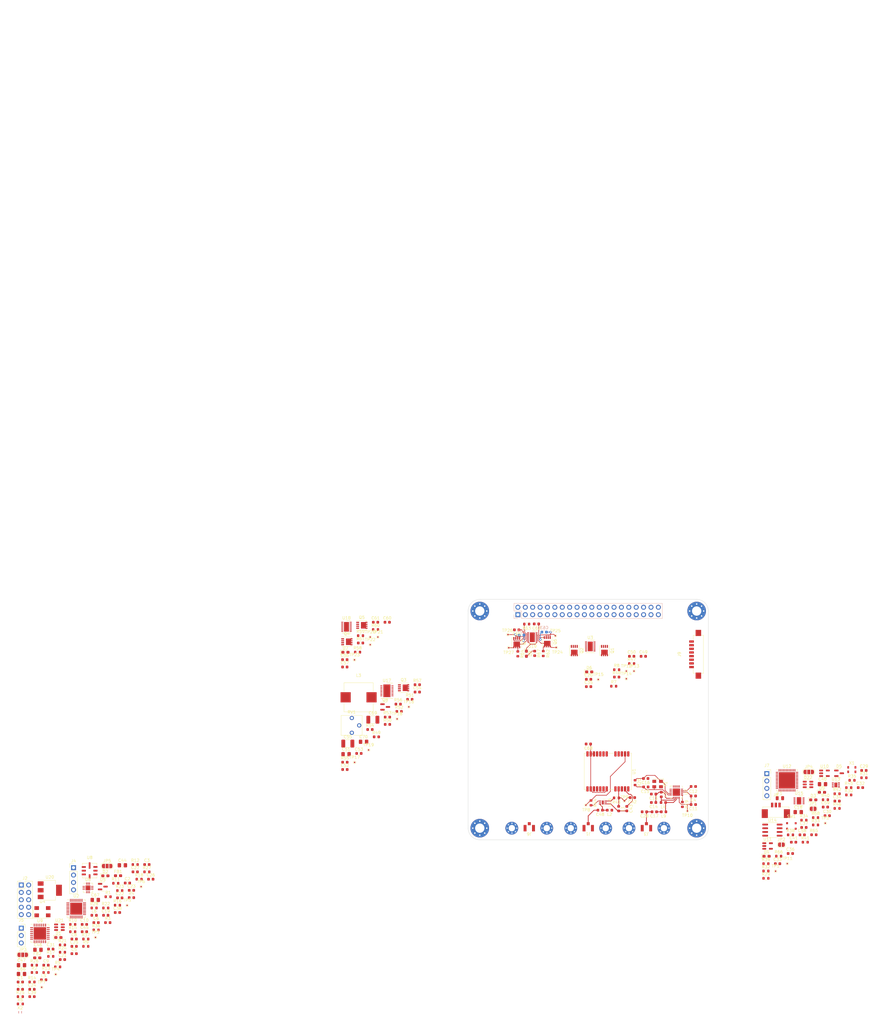
<source format=kicad_pcb>
(kicad_pcb (version 20211014) (generator pcbnew)

  (general
    (thickness 1.6)
  )

  (paper "A4")
  (layers
    (0 "F.Cu" signal)
    (31 "B.Cu" signal)
    (32 "B.Adhes" user "B.Adhesive")
    (33 "F.Adhes" user "F.Adhesive")
    (34 "B.Paste" user)
    (35 "F.Paste" user)
    (36 "B.SilkS" user "B.Silkscreen")
    (37 "F.SilkS" user "F.Silkscreen")
    (38 "B.Mask" user)
    (39 "F.Mask" user)
    (40 "Dwgs.User" user "User.Drawings")
    (41 "Cmts.User" user "User.Comments")
    (42 "Eco1.User" user "User.Eco1")
    (43 "Eco2.User" user "User.Eco2")
    (44 "Edge.Cuts" user)
    (45 "Margin" user)
    (46 "B.CrtYd" user "B.Courtyard")
    (47 "F.CrtYd" user "F.Courtyard")
    (48 "B.Fab" user)
    (49 "F.Fab" user)
    (50 "User.1" user)
    (51 "User.2" user)
    (52 "User.3" user)
    (53 "User.4" user)
    (54 "User.5" user)
    (55 "User.6" user)
    (56 "User.7" user)
    (57 "User.8" user)
    (58 "User.9" user)
  )

  (setup
    (stackup
      (layer "F.SilkS" (type "Top Silk Screen"))
      (layer "F.Paste" (type "Top Solder Paste"))
      (layer "F.Mask" (type "Top Solder Mask") (thickness 0.01))
      (layer "F.Cu" (type "copper") (thickness 0.035))
      (layer "dielectric 1" (type "core") (thickness 1.51) (material "FR4") (epsilon_r 4.5) (loss_tangent 0.02))
      (layer "B.Cu" (type "copper") (thickness 0.035))
      (layer "B.Mask" (type "Bottom Solder Mask") (thickness 0.01))
      (layer "B.Paste" (type "Bottom Solder Paste"))
      (layer "B.SilkS" (type "Bottom Silk Screen"))
      (copper_finish "None")
      (dielectric_constraints no)
    )
    (pad_to_mask_clearance 0)
    (pcbplotparams
      (layerselection 0x00010fc_ffffffff)
      (disableapertmacros false)
      (usegerberextensions false)
      (usegerberattributes true)
      (usegerberadvancedattributes true)
      (creategerberjobfile true)
      (svguseinch false)
      (svgprecision 6)
      (excludeedgelayer true)
      (plotframeref false)
      (viasonmask false)
      (mode 1)
      (useauxorigin false)
      (hpglpennumber 1)
      (hpglpenspeed 20)
      (hpglpendiameter 15.000000)
      (dxfpolygonmode true)
      (dxfimperialunits true)
      (dxfusepcbnewfont true)
      (psnegative false)
      (psa4output false)
      (plotreference true)
      (plotvalue true)
      (plotinvisibletext false)
      (sketchpadsonfab false)
      (subtractmaskfromsilk false)
      (outputformat 1)
      (mirror false)
      (drillshape 1)
      (scaleselection 1)
      (outputdirectory "")
    )
  )

  (net 0 "")
  (net 1 "Net-(C1-Pad1)")
  (net 2 "GND")
  (net 3 "+3V3")
  (net 4 "/OpenLST (Beacon)/PA_VAPC")
  (net 5 "+3V8")
  (net 6 "/OpenLST (Beacon)/VDD_USB_LST")
  (net 7 "Net-(C12-Pad1)")
  (net 8 "Net-(C13-Pad2)")
  (net 9 "Net-(C15-Pad1)")
  (net 10 "Net-(C16-Pad1)")
  (net 11 "Net-(C17-Pad1)")
  (net 12 "Net-(C17-Pad2)")
  (net 13 "/MCU/MCU_POWER")
  (net 14 "Net-(C19-Pad1)")
  (net 15 "/3V3 power share/VCC_EN")
  (net 16 "Net-(C21-Pad2)")
  (net 17 "Net-(C22-Pad1)")
  (net 18 "Net-(C23-Pad2)")
  (net 19 "Net-(C24-Pad1)")
  (net 20 "Net-(C24-Pad2)")
  (net 21 "Net-(C25-Pad2)")
  (net 22 "Net-(C26-Pad1)")
  (net 23 "Net-(C29-Pad1)")
  (net 24 "/3V3 power share/EPS#1")
  (net 25 "Net-(C35-Pad2)")
  (net 26 "Net-(C38-Pad1)")
  (net 27 "Net-(C38-Pad2)")
  (net 28 "Net-(C39-Pad1)")
  (net 29 "Net-(C39-Pad2)")
  (net 30 "/MCU/VREF")
  (net 31 "Net-(C42-Pad1)")
  (net 32 "Net-(C43-Pad1)")
  (net 33 "Net-(C43-Pad2)")
  (net 34 "Net-(C45-Pad1)")
  (net 35 "Net-(C45-Pad2)")
  (net 36 "Net-(C48-Pad1)")
  (net 37 "Net-(C48-Pad2)")
  (net 38 "Net-(C49-Pad1)")
  (net 39 "/3V3 power share/EPS#2")
  (net 40 "Net-(C50-Pad1)")
  (net 41 "VIN")
  (net 42 "Net-(C52-Pad1)")
  (net 43 "Net-(C52-Pad2)")
  (net 44 "Net-(C53-Pad1)")
  (net 45 "Net-(C54-Pad1)")
  (net 46 "/Power Convertor/VBAT1/VCC_EN")
  (net 47 "/Power Convertor/EPS#1_VBAT")
  (net 48 "Net-(C57-Pad2)")
  (net 49 "Net-(C60-Pad1)")
  (net 50 "/Power Convertor/EPS#2_VBAT")
  (net 51 "Net-(C61-Pad1)")
  (net 52 "/5V power share/VCC_EN")
  (net 53 "/5V power share/EPS#1")
  (net 54 "Net-(C63-Pad2)")
  (net 55 "Net-(C64-Pad1)")
  (net 56 "/5V power share/EPS#2")
  (net 57 "Net-(C65-Pad1)")
  (net 58 "/OpenLST (Beacon)/USB_POWER_LST")
  (net 59 "Net-(D1-Pad2)")
  (net 60 "Net-(D2-Pad2)")
  (net 61 "Net-(D3-Pad1)")
  (net 62 "Net-(D4-Pad1)")
  (net 63 "/MCU/CAN_L")
  (net 64 "/MCU/CAN_H")
  (net 65 "Net-(D6-Pad1)")
  (net 66 "Net-(D6-Pad2)")
  (net 67 "Net-(D7-Pad1)")
  (net 68 "Net-(D7-Pad2)")
  (net 69 "Net-(D8-Pad1)")
  (net 70 "Net-(D8-Pad2)")
  (net 71 "Net-(D9-Pad1)")
  (net 72 "Net-(F1-Pad2)")
  (net 73 "Net-(FB1-Pad1)")
  (net 74 "/OpenLST (Beacon)/PROG_DD")
  (net 75 "/OpenLST (Beacon)/PROG_DC")
  (net 76 "unconnected-(J2-Pad5)")
  (net 77 "unconnected-(J2-Pad6)")
  (net 78 "unconnected-(J2-Pad7)")
  (net 79 "/OpenLST (Beacon)/~{LST_RESET}")
  (net 80 "unconnected-(J2-Pad9)")
  (net 81 "unconnected-(J2-Pad10)")
  (net 82 "Net-(J4-Pad2)")
  (net 83 "Net-(J4-Pad3)")
  (net 84 "Net-(J5-Pad2)")
  (net 85 "Net-(J5-Pad3)")
  (net 86 "/MCU/USB_POWER")
  (net 87 "Net-(J7-Pad2)")
  (net 88 "Net-(J7-Pad3)")
  (net 89 "/MCU/SWCLK")
  (net 90 "/MCU/SWDIO")
  (net 91 "/MCU/QSPI_D1{slash}CAM_CSN")
  (net 92 "/MCU/QSPI_D2{slash}CAM_MOSI")
  (net 93 "/MCU/QSPI_D3{slash}CAM_MISO")
  (net 94 "/MCU/LED1_QSPI")
  (net 95 "+5V")
  (net 96 "/I2C_SDA")
  (net 97 "/I2C_SCL")
  (net 98 "unconnected-(J12-Pad6)")
  (net 99 "unconnected-(J12-Pad8)")
  (net 100 "unconnected-(J12-Pad11)")
  (net 101 "unconnected-(J12-Pad12)")
  (net 102 "unconnected-(J12-Pad13)")
  (net 103 "unconnected-(J12-Pad14)")
  (net 104 "unconnected-(J12-Pad15)")
  (net 105 "unconnected-(J12-Pad16)")
  (net 106 "unconnected-(J12-Pad17)")
  (net 107 "unconnected-(J12-Pad18)")
  (net 108 "/MCU/RS_485_~{B}")
  (net 109 "/MCU/RS_485_A")
  (net 110 "unconnected-(J12-Pad23)")
  (net 111 "unconnected-(J12-Pad24)")
  (net 112 "/MCU/LED1_CAM")
  (net 113 "/MCU/QSPI_SCK")
  (net 114 "/MCU/QSPI_NCS")
  (net 115 "unconnected-(J12-Pad34)")
  (net 116 "unconnected-(J12-Pad36)")
  (net 117 "Net-(JP1-Pad1)")
  (net 118 "/MCU/NRST")
  (net 119 "Net-(JP2-Pad1)")
  (net 120 "Net-(JP2-Pad2)")
  (net 121 "/OpenLST (Beacon)/RF_EN")
  (net 122 "/OpenLST (Beacon)/RF_EN_MCU")
  (net 123 "/OpenLST (Beacon)/RF_PWR_EN")
  (net 124 "Net-(JP4-Pad3)")
  (net 125 "/MCU/VDD_USB")
  (net 126 "Net-(L3-Pad1)")
  (net 127 "Net-(L3-Pad2)")
  (net 128 "Net-(L4-Pad1)")
  (net 129 "Net-(L4-Pad2)")
  (net 130 "Net-(Q1-Pad5)")
  (net 131 "Net-(Q1-Pad4)")
  (net 132 "Net-(Q2-Pad4)")
  (net 133 "Net-(Q2-Pad5)")
  (net 134 "Net-(Q3-Pad4)")
  (net 135 "Net-(Q3-Pad5)")
  (net 136 "Net-(Q4-Pad5)")
  (net 137 "Net-(Q4-Pad4)")
  (net 138 "Net-(Q5-Pad4)")
  (net 139 "Net-(Q5-Pad5)")
  (net 140 "Net-(Q6-Pad5)")
  (net 141 "Net-(Q6-Pad4)")
  (net 142 "Net-(Q7-Pad4)")
  (net 143 "Net-(Q7-Pad5)")
  (net 144 "/OpenLST (Beacon)/~{LST_RX_MODE}")
  (net 145 "/OpenLST (Beacon)/LST_TX_MODE")
  (net 146 "Net-(R3-Pad2)")
  (net 147 "Net-(R4-Pad2)")
  (net 148 "Net-(R5-Pad1)")
  (net 149 "/OpenLST (Beacon)/USB_N")
  (net 150 "/OpenLST (Beacon)/USB_P")
  (net 151 "Net-(R6-Pad2)")
  (net 152 "Net-(R8-Pad2)")
  (net 153 "Net-(R9-Pad1)")
  (net 154 "/OpenLST (Beacon)/UART0_CTS")
  (net 155 "Net-(R10-Pad1)")
  (net 156 "/OpenLST (Beacon)/UART0_RTS")
  (net 157 "Net-(R11-Pad1)")
  (net 158 "/OpenLST (Beacon)/UART0_RX")
  (net 159 "Net-(R12-Pad1)")
  (net 160 "/OpenLST (Beacon)/UART0_TX")
  (net 161 "Net-(R15-Pad2)")
  (net 162 "Net-(R16-Pad2)")
  (net 163 "Net-(R17-Pad1)")
  (net 164 "Net-(R17-Pad2)")
  (net 165 "Net-(R19-Pad2)")
  (net 166 "/OpenLST (Beacon)/AN0")
  (net 167 "/OpenLST (Beacon)/AN1")
  (net 168 "Net-(R25-Pad2)")
  (net 169 "/OpenLST (Beacon)/RF_BYP")
  (net 170 "Net-(R32-Pad1)")
  (net 171 "/MCU/LED2")
  (net 172 "/MCU/CAN_RS")
  (net 173 "/MCU/RS_485_R_EN")
  (net 174 "/MCU/RS_485_T_EN")
  (net 175 "Net-(R43-Pad2)")
  (net 176 "Net-(R44-Pad1)")
  (net 177 "Net-(R44-Pad2)")
  (net 178 "Net-(R45-Pad1)")
  (net 179 "/MCU/USB_N")
  (net 180 "/MCU/USB_P")
  (net 181 "Net-(R46-Pad2)")
  (net 182 "Net-(R51-Pad2)")
  (net 183 "Net-(R52-Pad1)")
  (net 184 "Net-(R54-Pad2)")
  (net 185 "Net-(R59-Pad2)")
  (net 186 "Net-(R63-Pad2)")
  (net 187 "unconnected-(U1-Pad1)")
  (net 188 "unconnected-(U1-Pad3)")
  (net 189 "/GPS Module/IRQ")
  (net 190 "unconnected-(U1-Pad5)")
  (net 191 "unconnected-(U1-Pad6)")
  (net 192 "/GPS Module/RESET")
  (net 193 "unconnected-(U1-Pad15)")
  (net 194 "unconnected-(U1-Pad16)")
  (net 195 "unconnected-(U1-Pad17)")
  (net 196 "/GPS Module/TXD")
  (net 197 "/GPS Module/RXD")
  (net 198 "unconnected-(U2-Pad8)")
  (net 199 "unconnected-(U2-Pad18)")
  (net 200 "unconnected-(U2-Pad20)")
  (net 201 "/MCU/NRF_CE")
  (net 202 "/MCU/NRF_SPI_CSN")
  (net 203 "/MCU/NRF_SPI_SCK")
  (net 204 "/MCU/NRF_SPI_MOSI")
  (net 205 "/MCU/NRF_SPI_MISO")
  (net 206 "/MCU/NRF_IRQ")
  (net 207 "Net-(U8-Pad2)")
  (net 208 "Net-(U8-Pad6)")
  (net 209 "unconnected-(U9-Pad14)")
  (net 210 "unconnected-(U9-Pad16)")
  (net 211 "unconnected-(U9-Pad25)")
  (net 212 "unconnected-(U10-Pad3)")
  (net 213 "/MCU/WDG_RESET")
  (net 214 "unconnected-(U11-Pad3)")
  (net 215 "unconnected-(U12-Pad1)")
  (net 216 "/MCU/LSE")
  (net 217 "unconnected-(U12-Pad4)")
  (net 218 "/MCU/HSE")
  (net 219 "unconnected-(U12-Pad6)")
  (net 220 "/MCU/CAN_RX")
  (net 221 "/MCU/CAN_TX")
  (net 222 "unconnected-(U12-Pad44)")
  (net 223 "unconnected-(U13-Pad3)")
  (net 224 "/MCU/RS_485_R")
  (net 225 "/MCU/RS_485_T")
  (net 226 "unconnected-(U15-Pad7)")
  (net 227 "unconnected-(X1-Pad1)")

  (footprint "Capacitor_SMD:C_0805_2012Metric_Pad1.18x1.45mm_HandSolder" (layer "F.Cu") (at 206.7304 107.3976))

  (footprint "LED_SMD:LED_0603_1608Metric_Pad1.05x0.95mm_HandSolder" (layer "F.Cu") (at 126.5942 68.8772))

  (footprint "TCY_Buttons:KMT031NGJLHS" (layer "F.Cu") (at 196.0354 121.7426))

  (footprint "TCY_Connector:TestPoint_Pad_D0.5mm" (layer "F.Cu") (at 98.6666 56.0908))

  (footprint "Resistor_SMD:R_0603_1608Metric" (layer "F.Cu") (at -42.796 157.4124))

  (footprint "Resistor_SMD:R_0603_1608Metric" (layer "F.Cu") (at 211.7404 110.6976))

  (footprint "Package_DFN_QFN:QFN-20-1EP_4x4mm_P0.5mm_EP2.5x2.5mm" (layer "F.Cu") (at 156.5148 110.1344 -90))

  (footprint "MountingHole:MountingHole_3.2mm_M3_Pad_Via" (layer "F.Cu") (at 163.5 122.5))

  (footprint "Resistor_SMD:R_0603_1608Metric" (layer "F.Cu") (at -54.346 162.5624))

  (footprint "Capacitor_SMD:C_0603_1608Metric" (layer "F.Cu") (at -64.806 180.3024))

  (footprint "TCY_Connector:TestPoint_Pad_D0.5mm" (layer "F.Cu") (at 50.808769 95.678969))

  (footprint "LED_SMD:LED_0603_1608Metric_Pad1.05x0.95mm_HandSolder" (layer "F.Cu") (at -39.601 138.8524))

  (footprint "Capacitor_SMD:C_0805_2012Metric_Pad1.18x1.45mm_HandSolder" (layer "F.Cu") (at -43.076 147.1224))

  (footprint "Resistor_SMD:R_0603_1608Metric" (layer "F.Cu") (at -25.346 137.4924))

  (footprint "Resistor_SMD:R_0603_1608Metric" (layer "F.Cu") (at 207.7304 112.7476))

  (footprint "Inductor_SMD:L_0603_1608Metric" (layer "F.Cu") (at -60.796 174.5224))

  (footprint "Package_TO_SOT_SMD:SOT-23" (layer "F.Cu") (at -40.486 142.5524))

  (footprint "LED_SMD:LED_0603_1608Metric_Pad1.05x0.95mm_HandSolder" (layer "F.Cu") (at 105.0166 62.6364 -90))

  (footprint "Resistor_SMD:R_0603_1608Metric" (layer "F.Cu") (at 127.2104 113.8306 -90))

  (footprint "MountingHole:MountingHole_3.2mm_M3_Pad_Via" (layer "F.Cu") (at 89 48))

  (footprint "Resistor_SMD:R_0603_1608Metric" (layer "F.Cu") (at -28.016 140.0024))

  (footprint "Package_TO_SOT_SMD:SOT-23-6" (layer "F.Cu") (at 201.7504 107.4976))

  (footprint "Capacitor_SMD:C_0603_1608Metric" (layer "F.Cu") (at -54.346 167.5824))

  (footprint "Inductor_SMD:L_0603_1608Metric" (layer "F.Cu") (at 53.4982 91.1684))

  (footprint "Resistor_SMD:R_0603_1608Metric" (layer "F.Cu") (at 135.0032 73.79))

  (footprint "Capacitor_SMD:C_0603_1608Metric" (layer "F.Cu") (at 126.296 93.6244 180))

  (footprint "Package_TO_SOT_SMD:SOT-223-3_TabPin2" (layer "F.Cu") (at -58.696 143.8024))

  (footprint "Capacitor_SMD:C_0603_1608Metric" (layer "F.Cu") (at 211.7404 113.2076))

  (footprint "Capacitor_SMD:C_0603_1608Metric" (layer "F.Cu") (at -46.806 155.5224))

  (footprint "TCY_Connector:TestPoint_Pad_D0.5mm" (layer "F.Cu") (at 51.368169 59.553169))

  (footprint "Inductor_SMD:L_0603_1608Metric" (layer "F.Cu") (at 133.5859 116.332))

  (footprint "TCY_Connector:TestPoint_Pad_D0.5mm" (layer "F.Cu") (at -32.135431 148.992969))

  (footprint "RF_GPS:ublox_NEO" (layer "F.Cu") (at 133.0016 103.0224 90))

  (footprint "Capacitor_SMD:C_0603_1608Metric" (layer "F.Cu") (at -68.816 177.7924))

  (footprint "Resistor_SMD:R_0603_1608Metric" (layer "F.Cu") (at -64.806 175.2824))

  (footprint "Package_SO:Vishay_PowerPAK_1212-8_Single" (layer "F.Cu") (at 121.4628 61.5696 -90))

  (footprint "TCY_Connector:TestPoint_Pad_D0.5mm" (layer "F.Cu") (at 98.9206 60.6044))

  (footprint "Resistor_SMD:R_0603_1608Metric" (layer "F.Cu") (at 158.5976 114.3508 90))

  (footprint "Jumper:SolderJumper-2_P1.3mm_Open_RoundedPad1.0x1.5mm" (layer "F.Cu") (at 192.6104 128.1676))

  (footprint "Capacitor_SMD:C_0603_1608Metric" (layer "F.Cu") (at 141.4344 112.014))

  (footprint "Jumper:SolderJumper-2_P1.3mm_Open_RoundedPad1.0x1.5mm" (layer "F.Cu") (at 203.5104 115.8576))

  (footprint "Package_DFN_QFN:DFN-16-1EP_3x4mm_P0.45mm_EP1.7x3.3mm" (layer "F.Cu") (at 107.0486 56.9976))

  (footprint "LED_SMD:LED_0603_1608Metric_Pad1.05x0.95mm_HandSolder" (layer "F.Cu") (at 42.8526 62.1426))

  (footprint "Package_DFN_QFN:DFN-16-1EP_3x4mm_P0.45mm_EP1.7x3.3mm" (layer "F.Cu") (at 43.2076 53.4126))

  (footprint "Capacitor_SMD:C_0603_1608Metric" (layer "F.Cu") (at 208.3604 118.2276))

  (footprint "Resistor_SMD:R_0603_1608Metric" (layer "F.Cu") (at 102.0702 62.6872 90))

  (footprint "TCY_Connector:TestPoint_Pad_D0.5mm" (layer "F.Cu") (at -27.325431 142.572969))

  (footprint "Capacitor_SMD:C_0603_1608Metric" (layer "F.Cu") (at 139.504 115.7996 -90))

  (footprint "Jumper:SolderJumper-3_P1.3mm_Open_RoundedPad1.0x1.5mm" (layer "F.Cu") (at 202.0004 103.2176))

  (footprint "TCY_Connector:TestPoint_Pad_D0.5mm" (layer "F.Cu") (at 139.343769 71.240569))

  (footprint "TCY_Connector:TestPoint_Pad_D0.5mm" (layer "F.Cu") (at 141.973769 68.610569))

  (footprint "Capacitor_SMD:C_0603_1608Metric" (layer "F.Cu") (at 148.7046 113.6904))

  (footprint "MountingHole:MountingHole_3.2mm_M3_Pad_Via" (layer "F.Cu") (at 163.5 48))

  (footprint "Package_SO:Vishay_PowerPAK_1212-8_Single" (layer "F.Cu") (at 48.4876 52.8926))

  (footprint "Resistor_SMD:R_0603_1608Metric" (layer "F.Cu") (at -35.456 148.9324))

  (footprint "Capacitor_SMD:C_0603_1608Metric" (layer "F.Cu") (at 141.1732 63.53))

  (footprint "Resistor_SMD:R_0603_1608Metric" (layer "F.Cu")
    (tedit 5F68FEEE) (tstamp 3cc7e990-93d6-41f7-94d4-0eba250e47f7)
    (at -46.326 163.0524)
    (descr "Resistor SMD 0603 (1608 Metric), square (rectangular) end terminal, IPC_7351 nominal, (Body size source: IPC-SM-782 page 72, https://www.pcb-3d.com/wordpress/wp-content/uploads/ipc-sm-782a_amendment_1_and_2.pdf), generated with kicad-footprint-generator")
    (tags "resistor")
    (property "Manuf" "Yageo")
    (property "ManufPN" "AC0603FR-07100RL")
    (property "Sheetfile" "OpenLST.kicad_sch")
    (property "Sheetname" "
... [658832 chars truncated]
</source>
